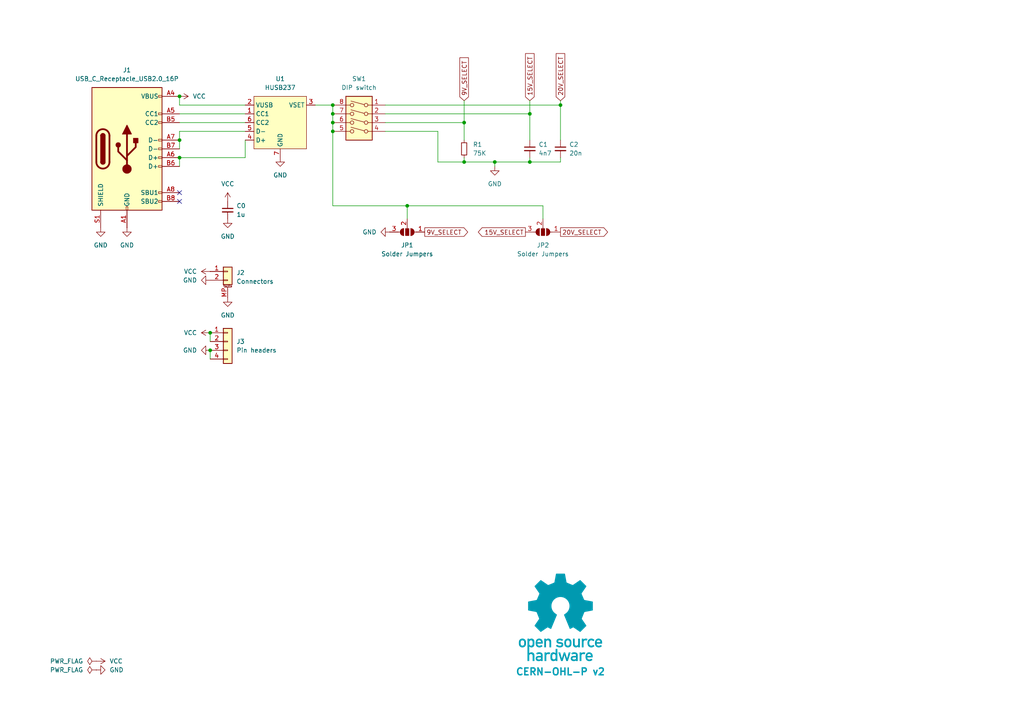
<source format=kicad_sch>
(kicad_sch (version 20231120) (generator "eeschema") (generator_version "8.0")
  (paper "A4")
  (lib_symbols
    (symbol "Connector:USB_C_Receptacle_USB2.0_16P" (pin_names (offset 1.016))
      (property "Reference" "J" (at 0 22.225 0))
      (property "Value" "USB_C_Receptacle_USB2.0_16P" (at 0 19.685 0))
      (symbol "USB_C_Receptacle_USB2.0_16P_0_0"
        (rectangle (start -0.254 -17.78) (end 0.254 -16.764))
        (rectangle (start 10.16 -14.986) (end 9.144 -15.494))
        (rectangle (start 10.16 -12.446) (end 9.144 -12.954))
        (rectangle (start 10.16 -4.826) (end 9.144 -5.334))
        (rectangle (start 10.16 -2.286) (end 9.144 -2.794))
        (rectangle (start 10.16 0.254) (end 9.144 -0.254))
        (rectangle (start 10.16 2.794) (end 9.144 2.286))
        (rectangle (start 10.16 7.874) (end 9.144 7.366))
        (rectangle (start 10.16 10.414) (end 9.144 9.906))
        (rectangle (start 10.16 15.494) (end 9.144 14.986))
      )
      (symbol "USB_C_Receptacle_USB2.0_16P_0_1"
        (rectangle (start -10.16 17.78) (end 10.16 -17.78) (stroke (width 0.254)) (fill (type background)))
        (arc (start -8.89 -3.81) (mid -6.985 -5.7067) (end -5.08 -3.81) (stroke (width 0.508)))
        (arc (start -7.62 -3.81) (mid -6.985 -4.4423) (end -6.35 -3.81) (stroke (width 0.254)))
        (arc (start -7.62 -3.81) (mid -6.985 -4.4423) (end -6.35 -3.81) (stroke (width 0.254)) (fill (type outline)))
        (rectangle (start -7.62 -3.81) (end -6.35 3.81) (stroke (width 0.254)) (fill (type outline)))
        (arc (start -6.35 3.81) (mid -6.985 4.4423) (end -7.62 3.81) (stroke (width 0.254)))
        (arc (start -6.35 3.81) (mid -6.985 4.4423) (end -7.62 3.81) (stroke (width 0.254)) (fill (type outline)))
        (arc (start -5.08 3.81) (mid -6.985 5.7067) (end -8.89 3.81) (stroke (width 0.508)))
        (circle (center -2.54 1.143) (radius 0.635) (stroke (width 0.254)) (fill (type outline)))
        (circle (center 0 -5.842) (radius 1.27) (fill (type outline)))
        (polyline (pts (xy -8.89 -3.81) (xy -8.89 3.81)) (stroke (width 0.508)))
        (polyline (pts (xy -5.08 3.81) (xy -5.08 -3.81)) (stroke (width 0.508)))
        (polyline (pts (xy 0 -5.842) (xy 0 4.318)) (stroke (width 0.508)))
        (polyline (pts (xy 0 -3.302) (xy -2.54 -0.762) (xy -2.54 0.508)) (stroke (width 0.508)))
        (polyline (pts (xy 0 -2.032) (xy 2.54 0.508) (xy 2.54 1.778)) (stroke (width 0.508)))
        (polyline (pts (xy -1.27 4.318) (xy 0 6.858) (xy 1.27 4.318) (xy -1.27 4.318)) (stroke (width 0.254)) (fill (type outline)))
        (rectangle (start 1.905 1.778) (end 3.175 3.048) (stroke (width 0.254)) (fill (type outline)))
      )
      (symbol "USB_C_Receptacle_USB2.0_16P_1_1"
        (pin passive line (at 0 -22.86 90) (length 5.08) (name "GND") (number "A1"))
        (pin passive line (at 0 -22.86 90) (length 5.08) hide (name "GND") (number "A12"))
        (pin passive line (at 15.24 15.24 180) (length 5.08) (name "VBUS") (number "A4"))
        (pin bidirectional line (at 15.24 10.16 180) (length 5.08) (name "CC1") (number "A5"))
        (pin bidirectional line (at 15.24 -2.54 180) (length 5.08) (name "D+") (number "A6"))
        (pin bidirectional line (at 15.24 2.54 180) (length 5.08) (name "D-") (number "A7"))
        (pin bidirectional line (at 15.24 -12.7 180) (length 5.08) (name "SBU1") (number "A8"))
        (pin passive line (at 15.24 15.24 180) (length 5.08) hide (name "VBUS") (number "A9"))
        (pin passive line (at 0 -22.86 90) (length 5.08) hide (name "GND") (number "B1"))
        (pin passive line (at 0 -22.86 90) (length 5.08) hide (name "GND") (number "B12"))
        (pin passive line (at 15.24 15.24 180) (length 5.08) hide (name "VBUS") (number "B4"))
        (pin bidirectional line (at 15.24 7.62 180) (length 5.08) (name "CC2") (number "B5"))
        (pin bidirectional line (at 15.24 -5.08 180) (length 5.08) (name "D+") (number "B6"))
        (pin bidirectional line (at 15.24 0 180) (length 5.08) (name "D-") (number "B7"))
        (pin bidirectional line (at 15.24 -15.24 180) (length 5.08) (name "SBU2") (number "B8"))
        (pin passive line (at 15.24 15.24 180) (length 5.08) hide (name "VBUS") (number "B9"))
        (pin passive line (at -7.62 -22.86 90) (length 5.08) (name "SHIELD") (number "S1"))
      )
    )
    (symbol "Connector_Generic:Conn_01x04" (pin_names (offset 1.016) hide)
      (property "Reference" "J" (at 0 5.08 0))
      (property "Value" "Conn_01x04" (at 0 -7.62 0))
      (symbol "Conn_01x04_1_1"
        (rectangle (start -1.27 -4.953) (end 0 -5.207) (stroke (width 0.1524)))
        (rectangle (start -1.27 -2.413) (end 0 -2.667) (stroke (width 0.1524)))
        (rectangle (start -1.27 0.127) (end 0 -0.127) (stroke (width 0.1524)))
        (rectangle (start -1.27 2.667) (end 0 2.413) (stroke (width 0.1524)))
        (rectangle (start -1.27 3.81) (end 1.27 -6.35) (stroke (width 0.254)) (fill (type background)))
        (pin passive line (at -5.08 2.54 0) (length 3.81) (name "Pin_1") (number "1"))
        (pin passive line (at -5.08 0 0) (length 3.81) (name "Pin_2") (number "2"))
        (pin passive line (at -5.08 -2.54 0) (length 3.81) (name "Pin_3") (number "3"))
        (pin passive line (at -5.08 -5.08 0) (length 3.81) (name "Pin_4") (number "4"))
      )
    )
    (symbol "Connector_Generic_MountingPin:Conn_01x02_MountingPin" (pin_names (offset 1.016) hide)
      (property "Reference" "J" (at 0 2.54 0))
      (property "Value" "Conn_01x02_MountingPin" (at 1.27 -5.08 0))
      (symbol "Conn_01x02_MountingPin_1_1"
        (rectangle (start -1.27 -2.413) (end 0 -2.667) (stroke (width 0.1524)))
        (rectangle (start -1.27 0.127) (end 0 -0.127) (stroke (width 0.1524)))
        (rectangle (start -1.27 1.27) (end 1.27 -3.81) (stroke (width 0.254)) (fill (type background)))
        (polyline (pts (xy -1.016 -4.572) (xy 1.016 -4.572)) (stroke (width 0.1524)))
        (text "Mounting" (at 0 -4.191 0) (effects (font (size 0.381 0.381))))
        (pin passive line (at -5.08 0 0) (length 3.81) (name "Pin_1") (number "1"))
        (pin passive line (at -5.08 -2.54 0) (length 3.81) (name "Pin_2") (number "2"))
        (pin passive line (at 0 -7.62 90) (length 3.048) (name "MountPin") (number "MP"))
      )
    )
    (symbol "Device:C_Small" (pin_numbers hide) (pin_names (offset 0.254) hide)
      (property "Reference" "C" (at 0.254 1.778 0))
      (property "Value" "C_Small" (at 0.254 -2.032 0))
      (symbol "C_Small_0_1"
        (polyline (pts (xy -1.524 -0.508) (xy 1.524 -0.508)) (stroke (width 0.3302)))
        (polyline (pts (xy -1.524 0.508) (xy 1.524 0.508)) (stroke (width 0.3048)))
      )
      (symbol "C_Small_1_1"
        (pin passive line (at 0 2.54 270) (length 2.032) (name "~") (number "1"))
        (pin passive line (at 0 -2.54 90) (length 2.032) (name "~") (number "2"))
      )
    )
    (symbol "Device:R_Small" (pin_numbers hide) (pin_names (offset 0.254) hide)
      (property "Reference" "R" (at 0.762 0.508 0))
      (property "Value" "R_Small" (at 0.762 -1.016 0))
      (symbol "R_Small_0_1"
        (rectangle (start -0.762 1.778) (end 0.762 -1.778) (stroke (width 0.2032)))
      )
      (symbol "R_Small_1_1"
        (pin passive line (at 0 2.54 270) (length 0.762) (name "~") (number "1"))
        (pin passive line (at 0 -2.54 90) (length 0.762) (name "~") (number "2"))
      )
    )
    (symbol "Jumper:SolderJumper_3_Open" (pin_names (offset 0) hide) (exclude_from_sim yes) (in_bom no)
      (property "Reference" "JP" (at -2.54 -2.54 0))
      (property "Value" "SolderJumper_3_Open" (at 0 2.794 0))
      (symbol "SolderJumper_3_Open_0_1"
        (arc (start -1.016 1.016) (mid -2.0276 0) (end -1.016 -1.016))
        (arc (start -1.016 1.016) (mid -2.0276 0) (end -1.016 -1.016) (fill (type outline)))
        (rectangle (start -0.508 1.016) (end 0.508 -1.016) (fill (type outline)))
        (polyline (pts (xy -2.54 0) (xy -2.032 0)))
        (polyline (pts (xy -1.016 1.016) (xy -1.016 -1.016)))
        (polyline (pts (xy 0 -1.27) (xy 0 -1.016)))
        (polyline (pts (xy 1.016 1.016) (xy 1.016 -1.016)))
        (polyline (pts (xy 2.54 0) (xy 2.032 0)))
        (arc (start 1.016 -1.016) (mid 2.0276 0) (end 1.016 1.016))
        (arc (start 1.016 -1.016) (mid 2.0276 0) (end 1.016 1.016) (fill (type outline)))
      )
      (symbol "SolderJumper_3_Open_1_1"
        (pin passive line (at -5.08 0 0) (length 2.54) (name "A") (number "1"))
        (pin passive line (at 0 -3.81 90) (length 2.54) (name "C") (number "2"))
        (pin passive line (at 5.08 0 180) (length 2.54) (name "B") (number "3"))
      )
    )
    (symbol "Switch:SW_DIP_x04" (pin_names (offset 0) hide)
      (property "Reference" "SW" (at 0 8.89 0))
      (property "Value" "SW_DIP_x04" (at 0 -6.35 0))
      (symbol "SW_DIP_x04_0_0"
        (circle (center -2.032 -2.54) (radius 0.508))
        (circle (center -2.032 0) (radius 0.508))
        (circle (center -2.032 2.54) (radius 0.508))
        (circle (center -2.032 5.08) (radius 0.508))
        (polyline (pts (xy -1.524 -2.3876) (xy 2.3622 -1.3462)))
        (polyline (pts (xy -1.524 0.127) (xy 2.3622 1.1684)))
        (polyline (pts (xy -1.524 2.667) (xy 2.3622 3.7084)))
        (polyline (pts (xy -1.524 5.207) (xy 2.3622 6.2484)))
        (circle (center 2.032 -2.54) (radius 0.508))
        (circle (center 2.032 0) (radius 0.508))
        (circle (center 2.032 2.54) (radius 0.508))
        (circle (center 2.032 5.08) (radius 0.508))
      )
      (symbol "SW_DIP_x04_0_1"
        (rectangle (start -3.81 7.62) (end 3.81 -5.08) (stroke (width 0.254)) (fill (type background)))
      )
      (symbol "SW_DIP_x04_1_1"
        (pin passive line (at -7.62 5.08 0) (length 5.08) (name "~") (number "1"))
        (pin passive line (at -7.62 2.54 0) (length 5.08) (name "~") (number "2"))
        (pin passive line (at -7.62 0 0) (length 5.08) (name "~") (number "3"))
        (pin passive line (at -7.62 -2.54 0) (length 5.08) (name "~") (number "4"))
        (pin passive line (at 7.62 -2.54 180) (length 5.08) (name "~") (number "5"))
        (pin passive line (at 7.62 0 180) (length 5.08) (name "~") (number "6"))
        (pin passive line (at 7.62 2.54 180) (length 5.08) (name "~") (number "7"))
        (pin passive line (at 7.62 5.08 180) (length 5.08) (name "~") (number "8"))
      )
    )
    (symbol "lcsc:HUSB237-AA001-DN06R "
      (property "Reference" "U" (at 0 10.16 0))
      (property "Value" "HUSB237" (at 0 -15.24 0))
      (symbol "HUSB237-AA001-DN06R _0_1"
        (rectangle (start -7.62 7.62) (end 7.62 -7.62) (fill (type background)))
        (pin passive line (at -10.16 2.54 0) (length 2.54) (name "CC1") (number "1"))
        (pin power_in line (at -10.16 5.08 0) (length 2.54) (name "VUSB") (number "2"))
        (pin passive line (at 10.16 5.08 180) (length 2.54) (name "VSET") (number "3"))
        (pin passive line (at -10.16 -5.08 0) (length 2.54) (name "D+") (number "4"))
        (pin passive line (at -10.16 -2.54 0) (length 2.54) (name "D-") (number "5"))
        (pin passive line (at -10.16 0 0) (length 2.54) (name "CC2") (number "6"))
        (pin power_in line (at 0 -10.16 90) (length 2.54) (name "GND") (number "7"))
      )
    )
    (symbol "power:GND" (power) (pin_numbers hide) (pin_names (offset 0) hide)
      (property "Value" "GND" (at 0 -3.81 0))
      (symbol "GND_0_1"
        (polyline (pts (xy 0 0) (xy 0 -1.27) (xy 1.27 -1.27) (xy 0 -2.54) (xy -1.27 -1.27) (xy 0 -1.27)))
      )
      (symbol "GND_1_1"
        (pin power_in line (at 0 0 270) (length 0) (name "~") (number "1"))
      )
    )
    (symbol "power:PWR_FLAG" (power) (pin_numbers hide) (pin_names (offset 0) hide)
      (property "Value" "PWR_FLAG" (at 0 3.81 0))
      (symbol "PWR_FLAG_0_0"
        (pin power_out line (at 0 0 90) (length 0) (name "~") (number "1"))
      )
      (symbol "PWR_FLAG_0_1"
        (polyline (pts (xy 0 0) (xy 0 1.27) (xy -1.016 1.905) (xy 0 2.54) (xy 1.016 1.905) (xy 0 1.27)))
      )
    )
    (symbol "power:VCC" (power) (pin_numbers hide) (pin_names (offset 0) hide)
      (property "Value" "VCC" (at 0 3.556 0))
      (symbol "VCC_0_1"
        (polyline (pts (xy -0.762 1.27) (xy 0 2.54)))
        (polyline (pts (xy 0 0) (xy 0 2.54)))
        (polyline (pts (xy 0 2.54) (xy 0.762 1.27)))
      )
      (symbol "VCC_1_1"
        (pin power_in line (at 0 0 90) (length 0) (name "~") (number "1"))
      )
    )
  )
  (junction (at 118.11 59.69))
  (junction (at 60.96 96.52))
  (junction (at 143.51 46.99))
  (junction (at 52.07 45.72))
  (junction (at 134.62 35.56))
  (junction (at 96.52 38.1))
  (junction (at 162.56 30.48))
  (junction (at 153.67 46.99))
  (junction (at 96.52 35.56))
  (junction (at 96.52 30.48))
  (junction (at 60.96 101.6))
  (junction (at 96.52 33.02))
  (junction (at 134.62 46.99))
  (junction (at 52.07 27.94))
  (junction (at 153.67 33.02))
  (junction (at 52.07 40.64))
  (no_connect (at 52.07 58.42))
  (no_connect (at 52.07 55.88))
  (wire (pts (xy 60.96 96.52) (xy 60.96 99.06)))
  (wire (pts (xy 134.62 35.56) (xy 134.62 40.64)))
  (wire (pts (xy 153.67 46.99) (xy 162.56 46.99)))
  (wire (pts (xy 111.76 30.48) (xy 162.56 30.48)))
  (wire (pts (xy 134.62 29.21) (xy 134.62 35.56)))
  (wire (pts (xy 52.07 30.48) (xy 52.07 27.94)))
  (wire (pts (xy 96.52 59.69) (xy 118.11 59.69)))
  (wire (pts (xy 162.56 45.72) (xy 162.56 46.99)))
  (wire (pts (xy 96.52 30.48) (xy 96.52 33.02)))
  (wire (pts (xy 162.56 30.48) (xy 162.56 40.64)))
  (wire (pts (xy 60.96 101.6) (xy 60.96 104.14)))
  (wire (pts (xy 157.48 59.69) (xy 118.11 59.69)))
  (wire (pts (xy 111.76 35.56) (xy 134.62 35.56)))
  (wire (pts (xy 52.07 40.64) (xy 52.07 43.18)))
  (wire (pts (xy 153.67 45.72) (xy 153.67 46.99)))
  (wire (pts (xy 96.52 38.1) (xy 96.52 59.69)))
  (wire (pts (xy 96.52 35.56) (xy 96.52 38.1)))
  (wire (pts (xy 52.07 35.56) (xy 71.12 35.56)))
  (wire (pts (xy 143.51 46.99) (xy 153.67 46.99)))
  (wire (pts (xy 153.67 33.02) (xy 153.67 40.64)))
  (wire (pts (xy 162.56 29.21) (xy 162.56 30.48)))
  (wire (pts (xy 52.07 38.1) (xy 52.07 40.64)))
  (wire (pts (xy 118.11 59.69) (xy 118.11 63.5)))
  (wire (pts (xy 111.76 33.02) (xy 153.67 33.02)))
  (wire (pts (xy 157.48 63.5) (xy 157.48 59.69)))
  (wire (pts (xy 71.12 45.72) (xy 52.07 45.72)))
  (wire (pts (xy 52.07 33.02) (xy 71.12 33.02)))
  (wire (pts (xy 96.52 33.02) (xy 96.52 35.56)))
  (wire (pts (xy 127 46.99) (xy 134.62 46.99)))
  (wire (pts (xy 134.62 45.72) (xy 134.62 46.99)))
  (wire (pts (xy 52.07 30.48) (xy 71.12 30.48)))
  (wire (pts (xy 153.67 29.21) (xy 153.67 33.02)))
  (wire (pts (xy 143.51 46.99) (xy 143.51 48.26)))
  (wire (pts (xy 71.12 40.64) (xy 71.12 45.72)))
  (wire (pts (xy 71.12 38.1) (xy 52.07 38.1)))
  (wire (pts (xy 52.07 45.72) (xy 52.07 48.26)))
  (wire (pts (xy 127 38.1) (xy 127 46.99)))
  (wire (pts (xy 91.44 30.48) (xy 96.52 30.48)))
  (wire (pts (xy 111.76 38.1) (xy 127 38.1)))
  (wire (pts (xy 134.62 46.99) (xy 143.51 46.99)))
  (image (at 162.56 179.07) (scale 0.37481))
  (text "CERN-OHL-P v2" (at 162.56 195.072 0) (effects (font (size 2 2) (thickness 0.4) (bold yes))))
  (global_label "9V_SELECT" (shape input) (at 134.62 29.21 90) (property "Intersheetrefs" "${INTERSHEET_REFS}" (effects (hide yes))))
  (global_label "20V_SELECT" (shape output) (at 162.56 67.31 0) (property "Intersheetrefs" "${INTERSHEET_REFS}" (effects (hide yes))))
  (global_label "9V_SELECT" (shape output) (at 123.19 67.31 0) (property "Intersheetrefs" "${INTERSHEET_REFS}" (effects (hide yes))))
  (global_label "20V_SELECT" (shape input) (at 162.56 29.21 90) (property "Intersheetrefs" "${INTERSHEET_REFS}" (effects (hide yes))))
  (global_label "15V_SELECT" (shape input) (at 153.67 29.21 90) (property "Intersheetrefs" "${INTERSHEET_REFS}" (effects (hide yes))))
  (global_label "15V_SELECT" (shape output) (at 152.4 67.31 180) (property "Intersheetrefs" "${INTERSHEET_REFS}" (effects (hide yes))))
  (symbol (lib_id "lcsc:HUSB237-AA001-DN06R ") (at 81.28 35.56 0) (unit 1)
    (property "Reference" "U1" (at 81.28 22.86 0))
    (property "Value" "HUSB237" (at 81.28 25.4 0))
    (property "Footprint" "Package_DFN_QFN:DFN-6-1EP_2x2mm_P0.65mm_EP1x1.6mm" (effects (hide yes)))
    (property "Datasheet" "https://www.hynetek.com/uploadfiles/site/219/news/aabbbbdb-48c9-4a44-a6dc-2c15f53282e6.pdf" (effects (hide yes)))
    (property "Description" "USB Type-C Power Delivery Sink Controller" (effects (hide yes)))
    (property "LCSC Part" "C7471904" (effects (hide yes)))
  )
  (symbol (lib_id "Device:C_Small") (at 66.04 60.96 0) (unit 1)
    (property "Reference" "C0" (at 68.58 59.6962 0) (effects (justify left)))
    (property "Value" "1u" (at 68.58 62.2362 0) (effects (justify left)))
    (property "Footprint" "custom:C_0603_1608Metric_Pad1.08x0.95mm_HandSolder" (effects (hide yes)))
    (property "Description" "Unpolarized capacitor, small symbol" (effects (hide yes)))
  )
  (symbol (lib_id "power:GND") (at 81.28 45.72 0) (unit 1)
    (property "Reference" "#PWR013" (effects (hide yes)))
    (property "Value" "GND" (at 81.28 50.8 0))
    (property "Description" "Power symbol creates a global label with name \"GND\" , ground" (effects (hide yes)))
  )
  (symbol (lib_id "power:GND") (at 66.04 63.5 0) (unit 1)
    (property "Reference" "#PWR06" (effects (hide yes)))
    (property "Value" "GND" (at 66.04 68.58 0))
    (property "Description" "Power symbol creates a global label with name \"GND\" , ground" (effects (hide yes)))
  )
  (symbol (lib_id "Jumper:SolderJumper_3_Open") (at 157.48 67.31 180) (unit 1) (exclude_from_sim yes) (in_bom no)
    (property "Reference" "JP2" (at 157.48 71.12 0))
    (property "Value" "Solder Jumpers" (at 157.48 73.66 0))
    (property "Footprint" "custom:SolderJumper-3_P1.0mm_Open_RoundedPad_simple" (effects (hide yes)))
    (property "Description" "Solder Jumper, 3-pole, open" (effects (hide yes)))
  )
  (symbol (lib_id "power:VCC") (at 27.94 191.77 270) (unit 1)
    (property "Reference" "#PWR01" (effects (hide yes)))
    (property "Value" "VCC" (at 31.75 191.7699 90) (effects (justify left)))
    (property "Description" "Power symbol creates a global label with name \"VCC\"" (effects (hide yes)))
  )
  (symbol (lib_id "Device:R_Small") (at 134.62 43.18 0) (unit 1)
    (property "Reference" "R1" (at 137.16 41.9099 0) (effects (justify left)))
    (property "Value" "75K" (at 137.16 44.4499 0) (effects (justify left)))
    (property "Footprint" "custom:R_0603_1608Metric_Pad0.98x0.95mm_HandSolder_simple" (effects (hide yes)))
    (property "Description" "Resistor, small symbol" (effects (hide yes)))
  )
  (symbol (lib_id "power:GND") (at 113.03 67.31 270) (unit 1)
    (property "Reference" "#PWR09" (effects (hide yes)))
    (property "Value" "GND" (at 109.22 67.3099 90) (effects (justify right)))
    (property "Description" "Power symbol creates a global label with name \"GND\" , ground" (effects (hide yes)))
  )
  (symbol (lib_id "power:GND") (at 27.94 194.31 90) (unit 1)
    (property "Reference" "#PWR02" (effects (hide yes)))
    (property "Value" "GND" (at 31.75 194.3099 90) (effects (justify right)))
    (property "Description" "Power symbol creates a global label with name \"GND\" , ground" (effects (hide yes)))
  )
  (symbol (lib_id "power:GND") (at 36.83 66.04 0) (unit 1)
    (property "Reference" "#PWR05" (effects (hide yes)))
    (property "Value" "GND" (at 36.83 71.12 0))
    (property "Description" "Power symbol creates a global label with name \"GND\" , ground" (effects (hide yes)))
  )
  (symbol (lib_id "power:GND") (at 60.96 101.6 270) (mirror x) (unit 1)
    (property "Reference" "#PWR015" (effects (hide yes)))
    (property "Value" "GND" (at 57.15 101.5999 90) (effects (justify right)))
    (property "Description" "Power symbol creates a global label with name \"GND\" , ground" (effects (hide yes)))
  )
  (symbol (lib_id "power:GND") (at 66.04 86.36 0) (unit 1)
    (property "Reference" "#PWR08" (effects (hide yes)))
    (property "Value" "GND" (at 66.04 91.44 0))
    (property "Description" "Power symbol creates a global label with name \"GND\" , ground" (effects (hide yes)))
  )
  (symbol (lib_id "power:VCC") (at 52.07 27.94 270) (unit 1)
    (property "Reference" "#PWR07" (effects (hide yes)))
    (property "Value" "VCC" (at 55.88 27.9399 90) (effects (justify left)))
    (property "Description" "Power symbol creates a global label with name \"VCC\"" (effects (hide yes)))
  )
  (symbol (lib_id "power:PWR_FLAG") (at 27.94 191.77 90) (unit 1)
    (property "Reference" "#FLG01" (effects (hide yes)))
    (property "Value" "PWR_FLAG" (at 24.13 191.7699 90) (effects (justify left)))
    (property "Description" "Special symbol for telling ERC where power comes from" (effects (hide yes)))
  )
  (symbol (lib_id "Device:C_Small") (at 162.56 43.18 0) (unit 1)
    (property "Reference" "C2" (at 165.1 41.9162 0) (effects (justify left)))
    (property "Value" "20n" (at 165.1 44.4562 0) (effects (justify left)))
    (property "Footprint" "custom:C_0603_1608Metric_Pad1.08x0.95mm_HandSolder" (effects (hide yes)))
    (property "Description" "Unpolarized capacitor, small symbol" (effects (hide yes)))
  )
  (symbol (lib_id "power:VCC") (at 60.96 96.52 90) (unit 1)
    (property "Reference" "#PWR011" (effects (hide yes)))
    (property "Value" "VCC" (at 57.15 96.5199 90) (effects (justify left)))
    (property "Description" "Power symbol creates a global label with name \"VCC\"" (effects (hide yes)))
  )
  (symbol (lib_id "Switch:SW_DIP_x04") (at 104.14 35.56 0) (mirror y) (unit 1)
    (property "Reference" "SW1" (at 104.14 22.86 0))
    (property "Value" "DIP switch" (at 104.14 25.4 0))
    (property "Footprint" "aliexpress:SW_DIP_SPSTx04_Slide_P1.27mm" (effects (hide yes)))
    (property "Description" "4x DIP Switch, Single Pole Single Throw (SPST) switch, small symbol" (effects (hide yes)))
  )
  (symbol (lib_id "Connector:USB_C_Receptacle_USB2.0_16P") (at 36.83 43.18 0) (unit 1)
    (property "Reference" "J1" (at 36.83 20.32 0))
    (property "Value" "USB_C_Receptacle_USB2.0_16P" (at 36.83 22.86 0))
    (property "Footprint" "connectors:USB-C-Receptacle-16P-TopMount-Horizontal" (effects (hide yes)))
    (property "Datasheet" "https://www.usb.org/sites/default/files/documents/usb_type-c.zip" (effects (hide yes)))
    (property "Description" "USB 2.0-only 16P Type-C Receptacle connector" (effects (hide yes)))
  )
  (symbol (lib_id "power:VCC") (at 66.04 58.42 0) (unit 1)
    (property "Reference" "#PWR04" (effects (hide yes)))
    (property "Value" "VCC" (at 66.04 53.34 0))
    (property "Description" "Power symbol creates a global label with name \"VCC\"" (effects (hide yes)))
  )
  (symbol (lib_id "power:GND") (at 60.96 81.28 270) (unit 1)
    (property "Reference" "#PWR014" (effects (hide yes)))
    (property "Value" "GND" (at 57.15 81.2799 90) (effects (justify right)))
    (property "Description" "Power symbol creates a global label with name \"GND\" , ground" (effects (hide yes)))
  )
  (symbol (lib_id "power:VCC") (at 60.96 78.74 90) (unit 1)
    (property "Reference" "#PWR012" (effects (hide yes)))
    (property "Value" "VCC" (at 57.15 78.7399 90) (effects (justify left)))
    (property "Description" "Power symbol creates a global label with name \"VCC\"" (effects (hide yes)))
  )
  (symbol (lib_id "power:PWR_FLAG") (at 27.94 194.31 90) (unit 1)
    (property "Reference" "#FLG02" (effects (hide yes)))
    (property "Value" "PWR_FLAG" (at 24.13 194.3099 90) (effects (justify left)))
    (property "Description" "Special symbol for telling ERC where power comes from" (effects (hide yes)))
  )
  (symbol (lib_id "Device:C_Small") (at 153.67 43.18 0) (unit 1)
    (property "Reference" "C1" (at 156.21 41.9162 0) (effects (justify left)))
    (property "Value" "4n7" (at 156.21 44.4562 0) (effects (justify left)))
    (property "Footprint" "custom:C_0603_1608Metric_Pad1.08x0.95mm_HandSolder" (effects (hide yes)))
    (property "Description" "Unpolarized capacitor, small symbol" (effects (hide yes)))
  )
  (symbol (lib_id "Connector_Generic:Conn_01x04") (at 66.04 99.06 0) (unit 1)
    (property "Reference" "J3" (at 68.58 99.0599 0) (effects (justify left)))
    (property "Value" "Pin headers" (at 68.58 101.5999 0) (effects (justify left)))
    (property "Footprint" "custom:PinHeader_1x04_P2.54mm_Vertical_simple_pad3,4gnd" (effects (hide yes)))
    (property "Description" "Generic connector, single row, 01x04, script generated (kicad-library-utils/schlib/autogen/connector/)" (effects (hide yes)))
  )
  (symbol (lib_id "Connector_Generic_MountingPin:Conn_01x02_MountingPin") (at 66.04 78.74 0) (unit 1)
    (property "Reference" "J2" (at 68.58 79.0955 0) (effects (justify left)))
    (property "Value" "Connectors" (at 68.58 81.6355 0) (effects (justify left)))
    (property "Footprint" "custom:Conn_Combo_TerminalBlock_JST-1x02-XH_PH-pad2gnd" (effects (hide yes)))
    (property "Description" "Generic connectable mounting pin connector, single row, 01x02, script generated (kicad-library-utils/schlib/autogen/connector/)" (effects (hide yes)))
  )
  (symbol (lib_id "power:GND") (at 29.21 66.04 0) (unit 1)
    (property "Reference" "#PWR03" (effects (hide yes)))
    (property "Value" "GND" (at 29.21 71.12 0))
    (property "Description" "Power symbol creates a global label with name \"GND\" , ground" (effects (hide yes)))
  )
  (symbol (lib_id "Jumper:SolderJumper_3_Open") (at 118.11 67.31 180) (unit 1) (exclude_from_sim yes) (in_bom no)
    (property "Reference" "JP1" (at 118.11 71.12 0))
    (property "Value" "Solder Jumpers" (at 118.11 73.66 0))
    (property "Footprint" "custom:SolderJumper-3_P1.0mm_Open_RoundedPad_simple" (effects (hide yes)))
    (property "Description" "Solder Jumper, 3-pole, open" (effects (hide yes)))
  )
  (symbol (lib_id "power:GND") (at 143.51 48.26 0) (unit 1)
    (property "Reference" "#PWR010" (effects (hide yes)))
    (property "Value" "GND" (at 143.51 53.34 0))
    (property "Description" "Power symbol creates a global label with name \"GND\" , ground" (effects (hide yes)))
  )
)
</source>
